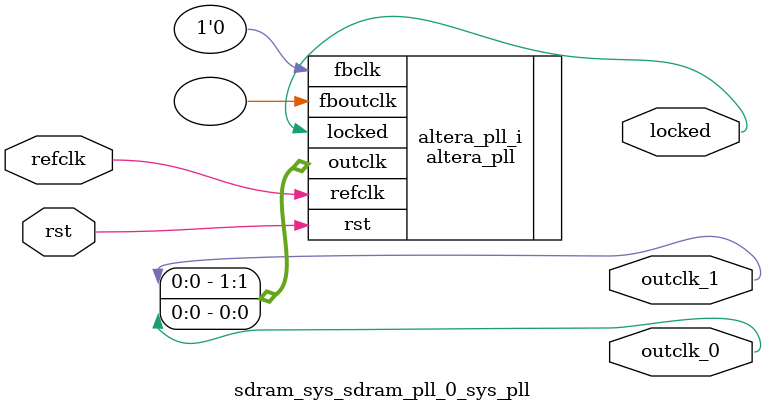
<source format=v>
`timescale 1ns/10ps
module  sdram_sys_sdram_pll_0_sys_pll(

	// interface 'refclk'
	input wire refclk,

	// interface 'reset'
	input wire rst,

	// interface 'outclk0'
	output wire outclk_0,

	// interface 'outclk1'
	output wire outclk_1,

	// interface 'locked'
	output wire locked
);

	altera_pll #(
		.fractional_vco_multiplier("false"),
		.reference_clock_frequency("50.0 MHz"),
		.operation_mode("direct"),
		.number_of_clocks(2),
		.output_clock_frequency0("143.000000 MHz"),
		.phase_shift0("0 ps"),
		.duty_cycle0(50),
		.output_clock_frequency1("143.000000 MHz"),
		.phase_shift1("-2972 ps"),
		.duty_cycle1(50),
		.output_clock_frequency2("0 MHz"),
		.phase_shift2("0 ps"),
		.duty_cycle2(50),
		.output_clock_frequency3("0 MHz"),
		.phase_shift3("0 ps"),
		.duty_cycle3(50),
		.output_clock_frequency4("0 MHz"),
		.phase_shift4("0 ps"),
		.duty_cycle4(50),
		.output_clock_frequency5("0 MHz"),
		.phase_shift5("0 ps"),
		.duty_cycle5(50),
		.output_clock_frequency6("0 MHz"),
		.phase_shift6("0 ps"),
		.duty_cycle6(50),
		.output_clock_frequency7("0 MHz"),
		.phase_shift7("0 ps"),
		.duty_cycle7(50),
		.output_clock_frequency8("0 MHz"),
		.phase_shift8("0 ps"),
		.duty_cycle8(50),
		.output_clock_frequency9("0 MHz"),
		.phase_shift9("0 ps"),
		.duty_cycle9(50),
		.output_clock_frequency10("0 MHz"),
		.phase_shift10("0 ps"),
		.duty_cycle10(50),
		.output_clock_frequency11("0 MHz"),
		.phase_shift11("0 ps"),
		.duty_cycle11(50),
		.output_clock_frequency12("0 MHz"),
		.phase_shift12("0 ps"),
		.duty_cycle12(50),
		.output_clock_frequency13("0 MHz"),
		.phase_shift13("0 ps"),
		.duty_cycle13(50),
		.output_clock_frequency14("0 MHz"),
		.phase_shift14("0 ps"),
		.duty_cycle14(50),
		.output_clock_frequency15("0 MHz"),
		.phase_shift15("0 ps"),
		.duty_cycle15(50),
		.output_clock_frequency16("0 MHz"),
		.phase_shift16("0 ps"),
		.duty_cycle16(50),
		.output_clock_frequency17("0 MHz"),
		.phase_shift17("0 ps"),
		.duty_cycle17(50),
		.pll_type("General"),
		.pll_subtype("General")
	) altera_pll_i (
		.rst	(rst),
		.outclk	({outclk_1, outclk_0}),
		.locked	(locked),
		.fboutclk	( ),
		.fbclk	(1'b0),
		.refclk	(refclk)
	);
endmodule


</source>
